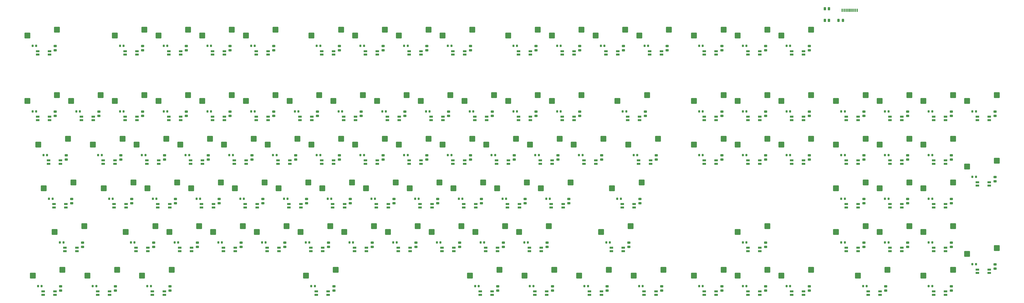
<source format=gbr>
%TF.GenerationSoftware,KiCad,Pcbnew,7.0.7*%
%TF.CreationDate,2024-02-20T17:11:52+02:00*%
%TF.ProjectId,keyboard,6b657962-6f61-4726-942e-6b696361645f,rev?*%
%TF.SameCoordinates,Original*%
%TF.FileFunction,Paste,Bot*%
%TF.FilePolarity,Positive*%
%FSLAX46Y46*%
G04 Gerber Fmt 4.6, Leading zero omitted, Abs format (unit mm)*
G04 Created by KiCad (PCBNEW 7.0.7) date 2024-02-20 17:11:52*
%MOMM*%
%LPD*%
G01*
G04 APERTURE LIST*
G04 Aperture macros list*
%AMRoundRect*
0 Rectangle with rounded corners*
0 $1 Rounding radius*
0 $2 $3 $4 $5 $6 $7 $8 $9 X,Y pos of 4 corners*
0 Add a 4 corners polygon primitive as box body*
4,1,4,$2,$3,$4,$5,$6,$7,$8,$9,$2,$3,0*
0 Add four circle primitives for the rounded corners*
1,1,$1+$1,$2,$3*
1,1,$1+$1,$4,$5*
1,1,$1+$1,$6,$7*
1,1,$1+$1,$8,$9*
0 Add four rect primitives between the rounded corners*
20,1,$1+$1,$2,$3,$4,$5,0*
20,1,$1+$1,$4,$5,$6,$7,0*
20,1,$1+$1,$6,$7,$8,$9,0*
20,1,$1+$1,$8,$9,$2,$3,0*%
G04 Aperture macros list end*
%ADD10RoundRect,0.082000X0.718000X-0.328000X0.718000X0.328000X-0.718000X0.328000X-0.718000X-0.328000X0*%
%ADD11RoundRect,0.250000X-1.025000X-1.000000X1.025000X-1.000000X1.025000X1.000000X-1.025000X1.000000X0*%
%ADD12RoundRect,0.225000X0.225000X0.250000X-0.225000X0.250000X-0.225000X-0.250000X0.225000X-0.250000X0*%
%ADD13RoundRect,0.243750X-0.456250X0.243750X-0.456250X-0.243750X0.456250X-0.243750X0.456250X0.243750X0*%
%ADD14RoundRect,0.250000X-0.262500X-0.450000X0.262500X-0.450000X0.262500X0.450000X-0.262500X0.450000X0*%
%ADD15R,0.600000X1.450000*%
%ADD16R,0.300000X1.450000*%
%ADD17RoundRect,0.243750X0.243750X0.456250X-0.243750X0.456250X-0.243750X-0.456250X0.243750X-0.456250X0*%
G04 APERTURE END LIST*
D10*
%TO.C,L66*%
X184762500Y-107030000D03*
X184762500Y-105530000D03*
X179562500Y-105530000D03*
X179562500Y-107030000D03*
%TD*%
D11*
%TO.C,SW68*%
X213177500Y-98660000D03*
X226104500Y-96120000D03*
%TD*%
%TO.C,SW51*%
X289377500Y-79610000D03*
X302304500Y-77070000D03*
%TD*%
D10*
%TO.C,L63*%
X127612500Y-107030000D03*
X127612500Y-105530000D03*
X122412500Y-105530000D03*
X122412500Y-107030000D03*
%TD*%
D11*
%TO.C,SW53*%
X337002500Y-79610000D03*
X349929500Y-77070000D03*
%TD*%
%TO.C,SW72*%
X379865000Y-98660000D03*
X392792000Y-96120000D03*
%TD*%
D10*
%TO.C,L99*%
X301443800Y-145130000D03*
X301443800Y-143630000D03*
X296243800Y-143630000D03*
X296243800Y-145130000D03*
%TD*%
%TO.C,L29*%
X265725000Y-68930000D03*
X265725000Y-67430000D03*
X260525000Y-67430000D03*
X260525000Y-68930000D03*
%TD*%
%TO.C,L76*%
X79987500Y-126080000D03*
X79987500Y-124580000D03*
X74787500Y-124580000D03*
X74787500Y-126080000D03*
%TD*%
D11*
%TO.C,SW31*%
X317952500Y-60560000D03*
X330879500Y-58020000D03*
%TD*%
%TO.C,SW1*%
X27440000Y-31985000D03*
X40367000Y-29445000D03*
%TD*%
D10*
%TO.C,L74*%
X427650000Y-107030000D03*
X427650000Y-105530000D03*
X422450000Y-105530000D03*
X422450000Y-107030000D03*
%TD*%
%TO.C,L83*%
X213337500Y-126080000D03*
X213337500Y-124580000D03*
X208137500Y-124580000D03*
X208137500Y-126080000D03*
%TD*%
D11*
%TO.C,SW10*%
X236990000Y-31985000D03*
X249917000Y-29445000D03*
%TD*%
%TO.C,SW19*%
X65540000Y-60560000D03*
X78467000Y-58020000D03*
%TD*%
D10*
%TO.C,L42*%
X122850000Y-87980000D03*
X122850000Y-86480000D03*
X117650000Y-86480000D03*
X117650000Y-87980000D03*
%TD*%
%TO.C,L33*%
X365737500Y-68930000D03*
X365737500Y-67430000D03*
X360537500Y-67430000D03*
X360537500Y-68930000D03*
%TD*%
%TO.C,L6*%
X160950000Y-40355000D03*
X160950000Y-38855000D03*
X155750000Y-38855000D03*
X155750000Y-40355000D03*
%TD*%
%TO.C,L43*%
X141900000Y-87980000D03*
X141900000Y-86480000D03*
X136700000Y-86480000D03*
X136700000Y-87980000D03*
%TD*%
%TO.C,L23*%
X151425000Y-68930000D03*
X151425000Y-67430000D03*
X146225000Y-67430000D03*
X146225000Y-68930000D03*
%TD*%
D11*
%TO.C,SW60*%
X60777500Y-98660000D03*
X73704500Y-96120000D03*
%TD*%
%TO.C,SW17*%
X27440000Y-60560000D03*
X40367000Y-58020000D03*
%TD*%
D10*
%TO.C,L54*%
X365737500Y-87980000D03*
X365737500Y-86480000D03*
X360537500Y-86480000D03*
X360537500Y-87980000D03*
%TD*%
D11*
%TO.C,SW74*%
X417965000Y-98660000D03*
X430892000Y-96120000D03*
%TD*%
D10*
%TO.C,L2*%
X75225000Y-40355000D03*
X75225000Y-38855000D03*
X70025000Y-38855000D03*
X70025000Y-40355000D03*
%TD*%
D11*
%TO.C,SW69*%
X232227500Y-98660000D03*
X245154500Y-96120000D03*
%TD*%
D10*
%TO.C,L61*%
X89512500Y-107030000D03*
X89512500Y-105530000D03*
X84312500Y-105530000D03*
X84312500Y-107030000D03*
%TD*%
D11*
%TO.C,SW87*%
X337002500Y-117710000D03*
X349929500Y-115170000D03*
%TD*%
%TO.C,SW96*%
X220321300Y-136760000D03*
X233248300Y-134220000D03*
%TD*%
D10*
%TO.C,L88*%
X389550000Y-126080000D03*
X389550000Y-124580000D03*
X384350000Y-124580000D03*
X384350000Y-126080000D03*
%TD*%
D11*
%TO.C,SW83*%
X203652500Y-117710000D03*
X216579500Y-115170000D03*
%TD*%
%TO.C,SW15*%
X337002500Y-31985000D03*
X349929500Y-29445000D03*
%TD*%
%TO.C,SW6*%
X151265000Y-31985000D03*
X164192000Y-29445000D03*
%TD*%
D10*
%TO.C,L81*%
X175237500Y-126080000D03*
X175237500Y-124580000D03*
X170037500Y-124580000D03*
X170037500Y-126080000D03*
%TD*%
%TO.C,L86*%
X287156300Y-126080000D03*
X287156300Y-124580000D03*
X281956300Y-124580000D03*
X281956300Y-126080000D03*
%TD*%
%TO.C,L64*%
X146662500Y-107030000D03*
X146662500Y-105530000D03*
X141462500Y-105530000D03*
X141462500Y-107030000D03*
%TD*%
D11*
%TO.C,SW76*%
X70302500Y-117710000D03*
X83229500Y-115170000D03*
%TD*%
%TO.C,SW67*%
X194127500Y-98660000D03*
X207054500Y-96120000D03*
%TD*%
%TO.C,SW35*%
X398915000Y-60560000D03*
X411842000Y-58020000D03*
%TD*%
%TO.C,SW78*%
X108402500Y-117710000D03*
X121329500Y-115170000D03*
%TD*%
D10*
%TO.C,L98*%
X277631300Y-145130000D03*
X277631300Y-143630000D03*
X272431300Y-143630000D03*
X272431300Y-145130000D03*
%TD*%
D11*
%TO.C,SW43*%
X132215000Y-79610000D03*
X145142000Y-77070000D03*
%TD*%
D10*
%TO.C,L91*%
X446700000Y-135605000D03*
X446700000Y-134105000D03*
X441500000Y-134105000D03*
X441500000Y-135605000D03*
%TD*%
%TO.C,L21*%
X113325000Y-68930000D03*
X113325000Y-67430000D03*
X108125000Y-67430000D03*
X108125000Y-68930000D03*
%TD*%
D11*
%TO.C,SW40*%
X75065000Y-79610000D03*
X87992000Y-77070000D03*
%TD*%
%TO.C,SW12*%
X275090000Y-31985000D03*
X288017000Y-29445000D03*
%TD*%
%TO.C,SW86*%
X277471300Y-117710000D03*
X290398300Y-115170000D03*
%TD*%
%TO.C,SW21*%
X103640000Y-60560000D03*
X116567000Y-58020000D03*
%TD*%
D10*
%TO.C,L95*%
X158568800Y-145130000D03*
X158568800Y-143630000D03*
X153368800Y-143630000D03*
X153368800Y-145130000D03*
%TD*%
%TO.C,L41*%
X103800000Y-87980000D03*
X103800000Y-86480000D03*
X98600000Y-86480000D03*
X98600000Y-87980000D03*
%TD*%
%TO.C,L65*%
X165712500Y-107030000D03*
X165712500Y-105530000D03*
X160512500Y-105530000D03*
X160512500Y-107030000D03*
%TD*%
%TO.C,L20*%
X94275000Y-68930000D03*
X94275000Y-67430000D03*
X89075000Y-67430000D03*
X89075000Y-68930000D03*
%TD*%
%TO.C,L1*%
X37125000Y-40355000D03*
X37125000Y-38855000D03*
X31925000Y-38855000D03*
X31925000Y-40355000D03*
%TD*%
%TO.C,L18*%
X56175000Y-68930000D03*
X56175000Y-67430000D03*
X50975000Y-67430000D03*
X50975000Y-68930000D03*
%TD*%
D11*
%TO.C,SW29*%
X256040000Y-60560000D03*
X268967000Y-58020000D03*
%TD*%
%TO.C,SW7*%
X170315000Y-31985000D03*
X183242000Y-29445000D03*
%TD*%
%TO.C,SW32*%
X337002500Y-60560000D03*
X349929500Y-58020000D03*
%TD*%
%TO.C,SW91*%
X437015000Y-127235000D03*
X449942000Y-124695000D03*
%TD*%
D10*
%TO.C,L79*%
X137137500Y-126080000D03*
X137137500Y-124580000D03*
X131937500Y-124580000D03*
X131937500Y-126080000D03*
%TD*%
D11*
%TO.C,SW37*%
X437015000Y-60560000D03*
X449942000Y-58020000D03*
%TD*%
%TO.C,SW84*%
X222702500Y-117710000D03*
X235629500Y-115170000D03*
%TD*%
D10*
%TO.C,L51*%
X299062500Y-87980000D03*
X299062500Y-86480000D03*
X293862500Y-86480000D03*
X293862500Y-87980000D03*
%TD*%
D11*
%TO.C,SW85*%
X241752500Y-117710000D03*
X254679500Y-115170000D03*
%TD*%
D10*
%TO.C,L7*%
X180000000Y-40355000D03*
X180000000Y-38855000D03*
X174800000Y-38855000D03*
X174800000Y-40355000D03*
%TD*%
%TO.C,L101*%
X346687500Y-145130000D03*
X346687500Y-143630000D03*
X341487500Y-143630000D03*
X341487500Y-145130000D03*
%TD*%
D11*
%TO.C,SW22*%
X122690000Y-60560000D03*
X135617000Y-58020000D03*
%TD*%
%TO.C,SW38*%
X32202500Y-79610000D03*
X45129500Y-77070000D03*
%TD*%
%TO.C,SW61*%
X79827500Y-98660000D03*
X92754500Y-96120000D03*
%TD*%
%TO.C,SW54*%
X356052500Y-79610000D03*
X368979500Y-77070000D03*
%TD*%
D10*
%TO.C,L40*%
X84750000Y-87980000D03*
X84750000Y-86480000D03*
X79550000Y-86480000D03*
X79550000Y-87980000D03*
%TD*%
D11*
%TO.C,SW28*%
X236990000Y-60560000D03*
X249917000Y-58020000D03*
%TD*%
D10*
%TO.C,L62*%
X108562500Y-107030000D03*
X108562500Y-105530000D03*
X103362500Y-105530000D03*
X103362500Y-107030000D03*
%TD*%
%TO.C,L45*%
X180000000Y-87980000D03*
X180000000Y-86480000D03*
X174800000Y-86480000D03*
X174800000Y-87980000D03*
%TD*%
%TO.C,L70*%
X260962500Y-107030000D03*
X260962500Y-105530000D03*
X255762500Y-105530000D03*
X255762500Y-107030000D03*
%TD*%
D11*
%TO.C,SW65*%
X156027500Y-98660000D03*
X168954500Y-96120000D03*
%TD*%
%TO.C,SW59*%
X34583800Y-98660000D03*
X47510800Y-96120000D03*
%TD*%
D10*
%TO.C,L12*%
X284775000Y-40355000D03*
X284775000Y-38855000D03*
X279575000Y-38855000D03*
X279575000Y-40355000D03*
%TD*%
%TO.C,L25*%
X189525000Y-68930000D03*
X189525000Y-67430000D03*
X184325000Y-67430000D03*
X184325000Y-68930000D03*
%TD*%
D11*
%TO.C,SW55*%
X379865000Y-79610000D03*
X392792000Y-77070000D03*
%TD*%
%TO.C,SW64*%
X136977500Y-98660000D03*
X149904500Y-96120000D03*
%TD*%
%TO.C,SW30*%
X284615000Y-60560000D03*
X297542000Y-58020000D03*
%TD*%
D10*
%TO.C,L55*%
X389550000Y-87980000D03*
X389550000Y-86480000D03*
X384350000Y-86480000D03*
X384350000Y-87980000D03*
%TD*%
%TO.C,L80*%
X156187500Y-126080000D03*
X156187500Y-124580000D03*
X150987500Y-124580000D03*
X150987500Y-126080000D03*
%TD*%
D11*
%TO.C,SW99*%
X291758800Y-136760000D03*
X304685800Y-134220000D03*
%TD*%
D10*
%TO.C,L103*%
X399075000Y-145130000D03*
X399075000Y-143630000D03*
X393875000Y-143630000D03*
X393875000Y-145130000D03*
%TD*%
D11*
%TO.C,SW75*%
X39346300Y-117710000D03*
X52273300Y-115170000D03*
%TD*%
D10*
%TO.C,L37*%
X446700000Y-68930000D03*
X446700000Y-67430000D03*
X441500000Y-67430000D03*
X441500000Y-68930000D03*
%TD*%
D11*
%TO.C,SW8*%
X189365000Y-31985000D03*
X202292000Y-29445000D03*
%TD*%
D10*
%TO.C,L38*%
X41887500Y-87980000D03*
X41887500Y-86480000D03*
X36687500Y-86480000D03*
X36687500Y-87980000D03*
%TD*%
D11*
%TO.C,SW26*%
X198890000Y-60560000D03*
X211817000Y-58020000D03*
%TD*%
%TO.C,SW70*%
X251277500Y-98660000D03*
X264204500Y-96120000D03*
%TD*%
D10*
%TO.C,L67*%
X203812500Y-107030000D03*
X203812500Y-105530000D03*
X198612500Y-105530000D03*
X198612500Y-107030000D03*
%TD*%
%TO.C,L97*%
X253818800Y-145130000D03*
X253818800Y-143630000D03*
X248618800Y-143630000D03*
X248618800Y-145130000D03*
%TD*%
%TO.C,L46*%
X199050000Y-87980000D03*
X199050000Y-86480000D03*
X193850000Y-86480000D03*
X193850000Y-87980000D03*
%TD*%
%TO.C,L77*%
X99037500Y-126080000D03*
X99037500Y-124580000D03*
X93837500Y-124580000D03*
X93837500Y-126080000D03*
%TD*%
%TO.C,L27*%
X227625000Y-68930000D03*
X227625000Y-67430000D03*
X222425000Y-67430000D03*
X222425000Y-68930000D03*
%TD*%
D11*
%TO.C,SW104*%
X417965000Y-136760000D03*
X430892000Y-134220000D03*
%TD*%
D10*
%TO.C,L36*%
X427650000Y-68930000D03*
X427650000Y-67430000D03*
X422450000Y-67430000D03*
X422450000Y-68930000D03*
%TD*%
%TO.C,L89*%
X408600000Y-126080000D03*
X408600000Y-124580000D03*
X403400000Y-124580000D03*
X403400000Y-126080000D03*
%TD*%
%TO.C,L39*%
X65700000Y-87980000D03*
X65700000Y-86480000D03*
X60500000Y-86480000D03*
X60500000Y-87980000D03*
%TD*%
D11*
%TO.C,SW46*%
X189365000Y-79610000D03*
X202292000Y-77070000D03*
%TD*%
D10*
%TO.C,L15*%
X346687500Y-40355000D03*
X346687500Y-38855000D03*
X341487500Y-38855000D03*
X341487500Y-40355000D03*
%TD*%
%TO.C,L19*%
X75225000Y-68930000D03*
X75225000Y-67430000D03*
X70025000Y-67430000D03*
X70025000Y-68930000D03*
%TD*%
D11*
%TO.C,SW33*%
X356052500Y-60560000D03*
X368979500Y-58020000D03*
%TD*%
%TO.C,SW103*%
X389390000Y-136760000D03*
X402317000Y-134220000D03*
%TD*%
%TO.C,SW44*%
X151265000Y-79610000D03*
X164192000Y-77070000D03*
%TD*%
D10*
%TO.C,L14*%
X327637500Y-40355000D03*
X327637500Y-38855000D03*
X322437500Y-38855000D03*
X322437500Y-40355000D03*
%TD*%
D11*
%TO.C,SW101*%
X337002500Y-136760000D03*
X349929500Y-134220000D03*
%TD*%
D10*
%TO.C,L50*%
X275250000Y-87980000D03*
X275250000Y-86480000D03*
X270050000Y-86480000D03*
X270050000Y-87980000D03*
%TD*%
%TO.C,L26*%
X208575000Y-68930000D03*
X208575000Y-67430000D03*
X203375000Y-67430000D03*
X203375000Y-68930000D03*
%TD*%
%TO.C,L69*%
X241912500Y-107030000D03*
X241912500Y-105530000D03*
X236712500Y-105530000D03*
X236712500Y-107030000D03*
%TD*%
D11*
%TO.C,SW100*%
X317952500Y-136760000D03*
X330879500Y-134220000D03*
%TD*%
D10*
%TO.C,L9*%
X218100000Y-40355000D03*
X218100000Y-38855000D03*
X212900000Y-38855000D03*
X212900000Y-40355000D03*
%TD*%
%TO.C,L31*%
X327637500Y-68930000D03*
X327637500Y-67430000D03*
X322437500Y-67430000D03*
X322437500Y-68930000D03*
%TD*%
D11*
%TO.C,SW66*%
X175077500Y-98660000D03*
X188004500Y-96120000D03*
%TD*%
D10*
%TO.C,L84*%
X232387500Y-126080000D03*
X232387500Y-124580000D03*
X227187500Y-124580000D03*
X227187500Y-126080000D03*
%TD*%
%TO.C,L4*%
X113325000Y-40355000D03*
X113325000Y-38855000D03*
X108125000Y-38855000D03*
X108125000Y-40355000D03*
%TD*%
%TO.C,L10*%
X246675000Y-40355000D03*
X246675000Y-38855000D03*
X241475000Y-38855000D03*
X241475000Y-40355000D03*
%TD*%
D11*
%TO.C,SW58*%
X437015000Y-89135000D03*
X449942000Y-86595000D03*
%TD*%
D10*
%TO.C,L93*%
X63318800Y-145130000D03*
X63318800Y-143630000D03*
X58118800Y-143630000D03*
X58118800Y-145130000D03*
%TD*%
D11*
%TO.C,SW5*%
X122690000Y-31985000D03*
X135617000Y-29445000D03*
%TD*%
D10*
%TO.C,L16*%
X365737500Y-40355000D03*
X365737500Y-38855000D03*
X360537500Y-38855000D03*
X360537500Y-40355000D03*
%TD*%
D11*
%TO.C,SW48*%
X227465000Y-79610000D03*
X240392000Y-77070000D03*
%TD*%
D10*
%TO.C,L30*%
X294300000Y-68930000D03*
X294300000Y-67430000D03*
X289100000Y-67430000D03*
X289100000Y-68930000D03*
%TD*%
%TO.C,L78*%
X118087500Y-126080000D03*
X118087500Y-124580000D03*
X112887500Y-124580000D03*
X112887500Y-126080000D03*
%TD*%
%TO.C,L96*%
X230006300Y-145130000D03*
X230006300Y-143630000D03*
X224806300Y-143630000D03*
X224806300Y-145130000D03*
%TD*%
%TO.C,L56*%
X408600000Y-87980000D03*
X408600000Y-86480000D03*
X403400000Y-86480000D03*
X403400000Y-87980000D03*
%TD*%
D11*
%TO.C,SW39*%
X56015000Y-79610000D03*
X68942000Y-77070000D03*
%TD*%
%TO.C,SW77*%
X89352500Y-117710000D03*
X102279500Y-115170000D03*
%TD*%
D10*
%TO.C,L102*%
X365737500Y-145130000D03*
X365737500Y-143630000D03*
X360537500Y-143630000D03*
X360537500Y-145130000D03*
%TD*%
%TO.C,L71*%
X291918800Y-107030000D03*
X291918800Y-105530000D03*
X286718800Y-105530000D03*
X286718800Y-107030000D03*
%TD*%
D11*
%TO.C,SW73*%
X398915000Y-98660000D03*
X411842000Y-96120000D03*
%TD*%
%TO.C,SW95*%
X148883800Y-136760000D03*
X161810800Y-134220000D03*
%TD*%
%TO.C,SW79*%
X127452500Y-117710000D03*
X140379500Y-115170000D03*
%TD*%
D10*
%TO.C,L32*%
X346687500Y-68930000D03*
X346687500Y-67430000D03*
X341487500Y-67430000D03*
X341487500Y-68930000D03*
%TD*%
D11*
%TO.C,SW93*%
X53633800Y-136760000D03*
X66560800Y-134220000D03*
%TD*%
%TO.C,SW62*%
X98877500Y-98660000D03*
X111804500Y-96120000D03*
%TD*%
%TO.C,SW88*%
X379865000Y-117710000D03*
X392792000Y-115170000D03*
%TD*%
%TO.C,SW82*%
X184602500Y-117710000D03*
X197529500Y-115170000D03*
%TD*%
D10*
%TO.C,L28*%
X246675000Y-68930000D03*
X246675000Y-67430000D03*
X241475000Y-67430000D03*
X241475000Y-68930000D03*
%TD*%
D11*
%TO.C,SW25*%
X179840000Y-60560000D03*
X192767000Y-58020000D03*
%TD*%
D10*
%TO.C,L48*%
X237150000Y-87980000D03*
X237150000Y-86480000D03*
X231950000Y-86480000D03*
X231950000Y-87980000D03*
%TD*%
D11*
%TO.C,SW41*%
X94115000Y-79610000D03*
X107042000Y-77070000D03*
%TD*%
D10*
%TO.C,L35*%
X408600000Y-68930000D03*
X408600000Y-67430000D03*
X403400000Y-67430000D03*
X403400000Y-68930000D03*
%TD*%
%TO.C,L94*%
X87131300Y-145130000D03*
X87131300Y-143630000D03*
X81931300Y-143630000D03*
X81931300Y-145130000D03*
%TD*%
%TO.C,L90*%
X427650000Y-126080000D03*
X427650000Y-124580000D03*
X422450000Y-124580000D03*
X422450000Y-126080000D03*
%TD*%
%TO.C,L57*%
X427650000Y-87980000D03*
X427650000Y-86480000D03*
X422450000Y-86480000D03*
X422450000Y-87980000D03*
%TD*%
D11*
%TO.C,SW80*%
X146502500Y-117710000D03*
X159429500Y-115170000D03*
%TD*%
%TO.C,SW27*%
X217940000Y-60560000D03*
X230867000Y-58020000D03*
%TD*%
%TO.C,SW92*%
X29821300Y-136760000D03*
X42748300Y-134220000D03*
%TD*%
D10*
%TO.C,L53*%
X346687500Y-87980000D03*
X346687500Y-86480000D03*
X341487500Y-86480000D03*
X341487500Y-87980000D03*
%TD*%
%TO.C,L17*%
X37125000Y-68930000D03*
X37125000Y-67430000D03*
X31925000Y-67430000D03*
X31925000Y-68930000D03*
%TD*%
D11*
%TO.C,SW90*%
X417965000Y-117710000D03*
X430892000Y-115170000D03*
%TD*%
D10*
%TO.C,L75*%
X49031300Y-126080000D03*
X49031300Y-124580000D03*
X43831300Y-124580000D03*
X43831300Y-126080000D03*
%TD*%
%TO.C,L13*%
X303825000Y-40355000D03*
X303825000Y-38855000D03*
X298625000Y-38855000D03*
X298625000Y-40355000D03*
%TD*%
D11*
%TO.C,SW49*%
X246515000Y-79610000D03*
X259442000Y-77070000D03*
%TD*%
%TO.C,SW42*%
X113165000Y-79610000D03*
X126092000Y-77070000D03*
%TD*%
D10*
%TO.C,L52*%
X327637500Y-87980000D03*
X327637500Y-86480000D03*
X322437500Y-86480000D03*
X322437500Y-87980000D03*
%TD*%
%TO.C,L22*%
X132375000Y-68930000D03*
X132375000Y-67430000D03*
X127175000Y-67430000D03*
X127175000Y-68930000D03*
%TD*%
D11*
%TO.C,SW36*%
X417965000Y-60560000D03*
X430892000Y-58020000D03*
%TD*%
%TO.C,SW16*%
X356052500Y-31985000D03*
X368979500Y-29445000D03*
%TD*%
D10*
%TO.C,L44*%
X160950000Y-87980000D03*
X160950000Y-86480000D03*
X155750000Y-86480000D03*
X155750000Y-87980000D03*
%TD*%
%TO.C,L60*%
X70462500Y-107030000D03*
X70462500Y-105530000D03*
X65262500Y-105530000D03*
X65262500Y-107030000D03*
%TD*%
%TO.C,L3*%
X94275000Y-40355000D03*
X94275000Y-38855000D03*
X89075000Y-38855000D03*
X89075000Y-40355000D03*
%TD*%
%TO.C,L49*%
X256200000Y-87980000D03*
X256200000Y-86480000D03*
X251000000Y-86480000D03*
X251000000Y-87980000D03*
%TD*%
%TO.C,L8*%
X199050000Y-40355000D03*
X199050000Y-38855000D03*
X193850000Y-38855000D03*
X193850000Y-40355000D03*
%TD*%
D11*
%TO.C,SW50*%
X265565000Y-79610000D03*
X278492000Y-77070000D03*
%TD*%
%TO.C,SW14*%
X317952500Y-31985000D03*
X330879500Y-29445000D03*
%TD*%
D10*
%TO.C,L11*%
X265725000Y-40355000D03*
X265725000Y-38855000D03*
X260525000Y-38855000D03*
X260525000Y-40355000D03*
%TD*%
%TO.C,L104*%
X427650000Y-145130000D03*
X427650000Y-143630000D03*
X422450000Y-143630000D03*
X422450000Y-145130000D03*
%TD*%
D11*
%TO.C,SW97*%
X244133800Y-136760000D03*
X257060800Y-134220000D03*
%TD*%
%TO.C,SW89*%
X398915000Y-117710000D03*
X411842000Y-115170000D03*
%TD*%
%TO.C,SW20*%
X84590000Y-60560000D03*
X97517000Y-58020000D03*
%TD*%
D10*
%TO.C,L59*%
X44268800Y-107030000D03*
X44268800Y-105530000D03*
X39068800Y-105530000D03*
X39068800Y-107030000D03*
%TD*%
D11*
%TO.C,SW11*%
X256040000Y-31985000D03*
X268967000Y-29445000D03*
%TD*%
%TO.C,SW23*%
X141740000Y-60560000D03*
X154667000Y-58020000D03*
%TD*%
D10*
%TO.C,L100*%
X327637500Y-145130000D03*
X327637500Y-143630000D03*
X322437500Y-143630000D03*
X322437500Y-145130000D03*
%TD*%
D11*
%TO.C,SW4*%
X103640000Y-31985000D03*
X116567000Y-29445000D03*
%TD*%
D10*
%TO.C,L73*%
X408600000Y-107030000D03*
X408600000Y-105530000D03*
X403400000Y-105530000D03*
X403400000Y-107030000D03*
%TD*%
D11*
%TO.C,SW98*%
X267946300Y-136760000D03*
X280873300Y-134220000D03*
%TD*%
%TO.C,SW34*%
X379865000Y-60560000D03*
X392792000Y-58020000D03*
%TD*%
D10*
%TO.C,L68*%
X222862500Y-107030000D03*
X222862500Y-105530000D03*
X217662500Y-105530000D03*
X217662500Y-107030000D03*
%TD*%
%TO.C,L92*%
X39506300Y-145130000D03*
X39506300Y-143630000D03*
X34306300Y-143630000D03*
X34306300Y-145130000D03*
%TD*%
D11*
%TO.C,SW63*%
X117927500Y-98660000D03*
X130854500Y-96120000D03*
%TD*%
%TO.C,SW24*%
X160790000Y-60560000D03*
X173717000Y-58020000D03*
%TD*%
%TO.C,SW81*%
X165552500Y-117710000D03*
X178479500Y-115170000D03*
%TD*%
%TO.C,SW94*%
X77446300Y-136760000D03*
X90373300Y-134220000D03*
%TD*%
%TO.C,SW13*%
X294140000Y-31985000D03*
X307067000Y-29445000D03*
%TD*%
D10*
%TO.C,L85*%
X251437500Y-126080000D03*
X251437500Y-124580000D03*
X246237500Y-124580000D03*
X246237500Y-126080000D03*
%TD*%
D11*
%TO.C,SW57*%
X417965000Y-79610000D03*
X430892000Y-77070000D03*
%TD*%
%TO.C,SW102*%
X356052500Y-136760000D03*
X368979500Y-134220000D03*
%TD*%
%TO.C,SW56*%
X398915000Y-79610000D03*
X411842000Y-77070000D03*
%TD*%
D10*
%TO.C,L72*%
X389550000Y-107030000D03*
X389550000Y-105530000D03*
X384350000Y-105530000D03*
X384350000Y-107030000D03*
%TD*%
D11*
%TO.C,SW2*%
X65540000Y-31985000D03*
X78467000Y-29445000D03*
%TD*%
%TO.C,SW9*%
X208415000Y-31985000D03*
X221342000Y-29445000D03*
%TD*%
D10*
%TO.C,L87*%
X346687500Y-126080000D03*
X346687500Y-124580000D03*
X341487500Y-124580000D03*
X341487500Y-126080000D03*
%TD*%
%TO.C,L24*%
X170475000Y-68930000D03*
X170475000Y-67430000D03*
X165275000Y-67430000D03*
X165275000Y-68930000D03*
%TD*%
D11*
%TO.C,SW52*%
X317952500Y-79610000D03*
X330879500Y-77070000D03*
%TD*%
%TO.C,SW71*%
X282233800Y-98660000D03*
X295160800Y-96120000D03*
%TD*%
D10*
%TO.C,L82*%
X194287500Y-126080000D03*
X194287500Y-124580000D03*
X189087500Y-124580000D03*
X189087500Y-126080000D03*
%TD*%
%TO.C,L34*%
X389550000Y-68930000D03*
X389550000Y-67430000D03*
X384350000Y-67430000D03*
X384350000Y-68930000D03*
%TD*%
%TO.C,L58*%
X446700000Y-97505000D03*
X446700000Y-96005000D03*
X441500000Y-96005000D03*
X441500000Y-97505000D03*
%TD*%
D11*
%TO.C,SW18*%
X46490000Y-60560000D03*
X59417000Y-58020000D03*
%TD*%
D10*
%TO.C,L47*%
X218100000Y-87980000D03*
X218100000Y-86480000D03*
X212900000Y-86480000D03*
X212900000Y-87980000D03*
%TD*%
%TO.C,L5*%
X132375000Y-40355000D03*
X132375000Y-38855000D03*
X127175000Y-38855000D03*
X127175000Y-40355000D03*
%TD*%
D11*
%TO.C,SW47*%
X208415000Y-79610000D03*
X221342000Y-77070000D03*
%TD*%
%TO.C,SW3*%
X84590000Y-31985000D03*
X97517000Y-29445000D03*
%TD*%
%TO.C,SW45*%
X170315000Y-79610000D03*
X183242000Y-77070000D03*
%TD*%
D12*
%TO.C,C1*%
X31300000Y-36525000D03*
X29750000Y-36525000D03*
%TD*%
%TO.C,C24*%
X164650000Y-65100000D03*
X163100000Y-65100000D03*
%TD*%
%TO.C,C59*%
X38443800Y-103200000D03*
X36893800Y-103200000D03*
%TD*%
%TO.C,C15*%
X340862500Y-36525000D03*
X339312500Y-36525000D03*
%TD*%
D13*
%TO.C,D6*%
X163430000Y-36617500D03*
X163430000Y-38492500D03*
%TD*%
D12*
%TO.C,C23*%
X145600000Y-65100000D03*
X144050000Y-65100000D03*
%TD*%
%TO.C,C46*%
X193225000Y-84150000D03*
X191675000Y-84150000D03*
%TD*%
D13*
%TO.C,D77*%
X101517500Y-122342500D03*
X101517500Y-124217500D03*
%TD*%
D12*
%TO.C,C103*%
X393250000Y-141300000D03*
X391700000Y-141300000D03*
%TD*%
D13*
%TO.C,D27*%
X230105000Y-65192500D03*
X230105000Y-67067500D03*
%TD*%
D14*
%TO.C,R1*%
X375007500Y-20320000D03*
X376832500Y-20320000D03*
%TD*%
D12*
%TO.C,C26*%
X202750000Y-65100000D03*
X201200000Y-65100000D03*
%TD*%
%TO.C,C3*%
X88450000Y-36525000D03*
X86900000Y-36525000D03*
%TD*%
%TO.C,C96*%
X224181300Y-141300000D03*
X222631300Y-141300000D03*
%TD*%
%TO.C,C29*%
X259900000Y-65100000D03*
X258350000Y-65100000D03*
%TD*%
D13*
%TO.C,D21*%
X115805000Y-65192500D03*
X115805000Y-67067500D03*
%TD*%
%TO.C,D99*%
X303923800Y-141392500D03*
X303923800Y-143267500D03*
%TD*%
%TO.C,D97*%
X256298800Y-141392500D03*
X256298800Y-143267500D03*
%TD*%
%TO.C,D89*%
X411080000Y-122342500D03*
X411080000Y-124217500D03*
%TD*%
D12*
%TO.C,C54*%
X359912500Y-84150000D03*
X358362500Y-84150000D03*
%TD*%
%TO.C,C11*%
X259900000Y-36525000D03*
X258350000Y-36525000D03*
%TD*%
D13*
%TO.C,D25*%
X192005000Y-65192500D03*
X192005000Y-67067500D03*
%TD*%
D12*
%TO.C,C72*%
X383725000Y-103200000D03*
X382175000Y-103200000D03*
%TD*%
D13*
%TO.C,D50*%
X277730000Y-84242500D03*
X277730000Y-86117500D03*
%TD*%
D12*
%TO.C,C34*%
X383725000Y-65100000D03*
X382175000Y-65100000D03*
%TD*%
%TO.C,C86*%
X281331300Y-122250000D03*
X279781300Y-122250000D03*
%TD*%
D13*
%TO.C,D95*%
X161048800Y-141392500D03*
X161048800Y-143267500D03*
%TD*%
D12*
%TO.C,C104*%
X421825000Y-141300000D03*
X420275000Y-141300000D03*
%TD*%
D13*
%TO.C,D76*%
X82467500Y-122342500D03*
X82467500Y-124217500D03*
%TD*%
%TO.C,D38*%
X44367500Y-84242500D03*
X44367500Y-86117500D03*
%TD*%
%TO.C,D1*%
X39605000Y-36617500D03*
X39605000Y-38492500D03*
%TD*%
D12*
%TO.C,C85*%
X245612500Y-122250000D03*
X244062500Y-122250000D03*
%TD*%
D13*
%TO.C,D26*%
X211055000Y-65192500D03*
X211055000Y-67067500D03*
%TD*%
D12*
%TO.C,C60*%
X64637500Y-103200000D03*
X63087500Y-103200000D03*
%TD*%
%TO.C,C40*%
X78925000Y-84150000D03*
X77375000Y-84150000D03*
%TD*%
%TO.C,C35*%
X402775000Y-65100000D03*
X401225000Y-65100000D03*
%TD*%
D13*
%TO.C,D82*%
X196767500Y-122342500D03*
X196767500Y-124217500D03*
%TD*%
D12*
%TO.C,C70*%
X255137500Y-103200000D03*
X253587500Y-103200000D03*
%TD*%
D13*
%TO.C,D81*%
X177717500Y-122342500D03*
X177717500Y-124217500D03*
%TD*%
D12*
%TO.C,C45*%
X174175000Y-84150000D03*
X172625000Y-84150000D03*
%TD*%
%TO.C,C101*%
X340862500Y-141300000D03*
X339312500Y-141300000D03*
%TD*%
D13*
%TO.C,D40*%
X87230000Y-84242500D03*
X87230000Y-86117500D03*
%TD*%
%TO.C,D14*%
X330117500Y-36617500D03*
X330117500Y-38492500D03*
%TD*%
%TO.C,D41*%
X106280000Y-84242500D03*
X106280000Y-86117500D03*
%TD*%
D12*
%TO.C,C82*%
X188462500Y-122250000D03*
X186912500Y-122250000D03*
%TD*%
%TO.C,C55*%
X383725000Y-84150000D03*
X382175000Y-84150000D03*
%TD*%
%TO.C,C75*%
X43206300Y-122250000D03*
X41656300Y-122250000D03*
%TD*%
D13*
%TO.C,D51*%
X301542500Y-84242500D03*
X301542500Y-86117500D03*
%TD*%
%TO.C,D66*%
X187242500Y-103292500D03*
X187242500Y-105167500D03*
%TD*%
%TO.C,D33*%
X368217500Y-65192500D03*
X368217500Y-67067500D03*
%TD*%
%TO.C,D57*%
X430130000Y-84242500D03*
X430130000Y-86117500D03*
%TD*%
D12*
%TO.C,C68*%
X217037500Y-103200000D03*
X215487500Y-103200000D03*
%TD*%
D13*
%TO.C,D62*%
X111042500Y-103292500D03*
X111042500Y-105167500D03*
%TD*%
%TO.C,D53*%
X349167500Y-84242500D03*
X349167500Y-86117500D03*
%TD*%
D12*
%TO.C,C31*%
X321812500Y-65100000D03*
X320262500Y-65100000D03*
%TD*%
D13*
%TO.C,D87*%
X349167500Y-122342500D03*
X349167500Y-124217500D03*
%TD*%
D12*
%TO.C,C51*%
X293237500Y-84150000D03*
X291687500Y-84150000D03*
%TD*%
D13*
%TO.C,D98*%
X280111300Y-141392500D03*
X280111300Y-143267500D03*
%TD*%
%TO.C,D42*%
X125330000Y-84242500D03*
X125330000Y-86117500D03*
%TD*%
D12*
%TO.C,C73*%
X402775000Y-103200000D03*
X401225000Y-103200000D03*
%TD*%
%TO.C,C44*%
X155125000Y-84150000D03*
X153575000Y-84150000D03*
%TD*%
%TO.C,C48*%
X231325000Y-84150000D03*
X229775000Y-84150000D03*
%TD*%
D13*
%TO.C,D36*%
X430130000Y-65192500D03*
X430130000Y-67067500D03*
%TD*%
D12*
%TO.C,C94*%
X81306300Y-141300000D03*
X79756300Y-141300000D03*
%TD*%
D13*
%TO.C,D56*%
X411080000Y-84242500D03*
X411080000Y-86117500D03*
%TD*%
%TO.C,D85*%
X253917500Y-122342500D03*
X253917500Y-124217500D03*
%TD*%
%TO.C,D23*%
X153905000Y-65192500D03*
X153905000Y-67067500D03*
%TD*%
%TO.C,D91*%
X449180000Y-131867500D03*
X449180000Y-133742500D03*
%TD*%
%TO.C,D96*%
X232486300Y-141392500D03*
X232486300Y-143267500D03*
%TD*%
%TO.C,D2*%
X77705000Y-36617500D03*
X77705000Y-38492500D03*
%TD*%
D12*
%TO.C,C38*%
X36062500Y-84150000D03*
X34512500Y-84150000D03*
%TD*%
%TO.C,C76*%
X74162500Y-122250000D03*
X72612500Y-122250000D03*
%TD*%
%TO.C,C81*%
X169412500Y-122250000D03*
X167862500Y-122250000D03*
%TD*%
D13*
%TO.C,D48*%
X239630000Y-84242500D03*
X239630000Y-86117500D03*
%TD*%
D12*
%TO.C,C28*%
X240850000Y-65100000D03*
X239300000Y-65100000D03*
%TD*%
D13*
%TO.C,D32*%
X349167500Y-65192500D03*
X349167500Y-67067500D03*
%TD*%
D12*
%TO.C,C19*%
X69400000Y-65100000D03*
X67850000Y-65100000D03*
%TD*%
D13*
%TO.C,D92*%
X41986300Y-141392500D03*
X41986300Y-143267500D03*
%TD*%
%TO.C,D73*%
X411080000Y-103292500D03*
X411080000Y-105167500D03*
%TD*%
%TO.C,D61*%
X91992500Y-103292500D03*
X91992500Y-105167500D03*
%TD*%
D12*
%TO.C,C27*%
X221800000Y-65100000D03*
X220250000Y-65100000D03*
%TD*%
%TO.C,C61*%
X83687500Y-103200000D03*
X82137500Y-103200000D03*
%TD*%
%TO.C,C83*%
X207512500Y-122250000D03*
X205962500Y-122250000D03*
%TD*%
%TO.C,C98*%
X271806300Y-141300000D03*
X270256300Y-141300000D03*
%TD*%
D13*
%TO.C,D7*%
X182480000Y-36617500D03*
X182480000Y-38492500D03*
%TD*%
D12*
%TO.C,C80*%
X150362500Y-122250000D03*
X148812500Y-122250000D03*
%TD*%
%TO.C,C25*%
X183700000Y-65100000D03*
X182150000Y-65100000D03*
%TD*%
D13*
%TO.C,D90*%
X430130000Y-122342500D03*
X430130000Y-124217500D03*
%TD*%
%TO.C,D79*%
X139617500Y-122342500D03*
X139617500Y-124217500D03*
%TD*%
D12*
%TO.C,C5*%
X126550000Y-36525000D03*
X125000000Y-36525000D03*
%TD*%
D13*
%TO.C,D8*%
X201530000Y-36617500D03*
X201530000Y-38492500D03*
%TD*%
%TO.C,D75*%
X51511300Y-122342500D03*
X51511300Y-124217500D03*
%TD*%
D12*
%TO.C,C84*%
X226562500Y-122250000D03*
X225012500Y-122250000D03*
%TD*%
%TO.C,C12*%
X278950000Y-36525000D03*
X277400000Y-36525000D03*
%TD*%
%TO.C,C100*%
X321812500Y-141300000D03*
X320262500Y-141300000D03*
%TD*%
%TO.C,C41*%
X97975000Y-84150000D03*
X96425000Y-84150000D03*
%TD*%
D13*
%TO.C,D54*%
X368217500Y-84242500D03*
X368217500Y-86117500D03*
%TD*%
D12*
%TO.C,C30*%
X288475000Y-65100000D03*
X286925000Y-65100000D03*
%TD*%
D13*
%TO.C,D93*%
X65798800Y-141392500D03*
X65798800Y-143267500D03*
%TD*%
D12*
%TO.C,C67*%
X197987500Y-103200000D03*
X196437500Y-103200000D03*
%TD*%
%TO.C,C18*%
X50350000Y-65100000D03*
X48800000Y-65100000D03*
%TD*%
%TO.C,C74*%
X421825000Y-103200000D03*
X420275000Y-103200000D03*
%TD*%
D13*
%TO.C,D5*%
X134855000Y-36617500D03*
X134855000Y-38492500D03*
%TD*%
%TO.C,D100*%
X330117500Y-141392500D03*
X330117500Y-143267500D03*
%TD*%
%TO.C,D101*%
X349167500Y-141392500D03*
X349167500Y-143267500D03*
%TD*%
D12*
%TO.C,C65*%
X159887500Y-103200000D03*
X158337500Y-103200000D03*
%TD*%
%TO.C,C102*%
X359912500Y-141300000D03*
X358362500Y-141300000D03*
%TD*%
D13*
%TO.C,D43*%
X144380000Y-84242500D03*
X144380000Y-86117500D03*
%TD*%
D12*
%TO.C,C89*%
X402775000Y-122250000D03*
X401225000Y-122250000D03*
%TD*%
%TO.C,C10*%
X240850000Y-36525000D03*
X239300000Y-36525000D03*
%TD*%
D13*
%TO.C,D70*%
X263442500Y-103292500D03*
X263442500Y-105167500D03*
%TD*%
%TO.C,D20*%
X96755000Y-65192500D03*
X96755000Y-67067500D03*
%TD*%
%TO.C,D83*%
X215817500Y-122342500D03*
X215817500Y-124217500D03*
%TD*%
D12*
%TO.C,C4*%
X107500000Y-36525000D03*
X105950000Y-36525000D03*
%TD*%
D15*
%TO.C,J4*%
X382580000Y-21045000D03*
X383380000Y-21045000D03*
D16*
X384580000Y-21045000D03*
X385580000Y-21045000D03*
X386080000Y-21045000D03*
X387080000Y-21045000D03*
D15*
X388280000Y-21045000D03*
X389080000Y-21045000D03*
X389080000Y-21045000D03*
X388280000Y-21045000D03*
D16*
X387580000Y-21045000D03*
X386580000Y-21045000D03*
X385080000Y-21045000D03*
X384080000Y-21045000D03*
D15*
X383380000Y-21045000D03*
X382580000Y-21045000D03*
%TD*%
D13*
%TO.C,D94*%
X89611300Y-141392500D03*
X89611300Y-143267500D03*
%TD*%
D12*
%TO.C,C21*%
X107500000Y-65100000D03*
X105950000Y-65100000D03*
%TD*%
%TO.C,C79*%
X131312500Y-122250000D03*
X129762500Y-122250000D03*
%TD*%
%TO.C,C87*%
X340862500Y-122250000D03*
X339312500Y-122250000D03*
%TD*%
D13*
%TO.C,D4*%
X115805000Y-36617500D03*
X115805000Y-38492500D03*
%TD*%
%TO.C,D102*%
X368217500Y-141392500D03*
X368217500Y-143267500D03*
%TD*%
D14*
%TO.C,R2*%
X375007500Y-25400000D03*
X376832500Y-25400000D03*
%TD*%
D13*
%TO.C,D18*%
X58655000Y-65192500D03*
X58655000Y-67067500D03*
%TD*%
D12*
%TO.C,C90*%
X421825000Y-122250000D03*
X420275000Y-122250000D03*
%TD*%
%TO.C,C50*%
X269425000Y-84150000D03*
X267875000Y-84150000D03*
%TD*%
%TO.C,C36*%
X421825000Y-65100000D03*
X420275000Y-65100000D03*
%TD*%
D13*
%TO.C,D34*%
X392030000Y-65192500D03*
X392030000Y-67067500D03*
%TD*%
%TO.C,D84*%
X234867500Y-122342500D03*
X234867500Y-124217500D03*
%TD*%
%TO.C,D63*%
X130092500Y-103292500D03*
X130092500Y-105167500D03*
%TD*%
D12*
%TO.C,C20*%
X88450000Y-65100000D03*
X86900000Y-65100000D03*
%TD*%
%TO.C,C71*%
X286093800Y-103200000D03*
X284543800Y-103200000D03*
%TD*%
%TO.C,C93*%
X57493800Y-141300000D03*
X55943800Y-141300000D03*
%TD*%
D13*
%TO.C,D17*%
X39605000Y-65192500D03*
X39605000Y-67067500D03*
%TD*%
D12*
%TO.C,C66*%
X178937500Y-103200000D03*
X177387500Y-103200000D03*
%TD*%
D13*
%TO.C,D46*%
X201530000Y-84242500D03*
X201530000Y-86117500D03*
%TD*%
D12*
%TO.C,C14*%
X321812500Y-36525000D03*
X320262500Y-36525000D03*
%TD*%
%TO.C,C6*%
X155125000Y-36525000D03*
X153575000Y-36525000D03*
%TD*%
%TO.C,C63*%
X121787500Y-103200000D03*
X120237500Y-103200000D03*
%TD*%
D13*
%TO.C,D49*%
X258680000Y-84242500D03*
X258680000Y-86117500D03*
%TD*%
%TO.C,D60*%
X72942500Y-103292500D03*
X72942500Y-105167500D03*
%TD*%
%TO.C,D13*%
X306305000Y-36617500D03*
X306305000Y-38492500D03*
%TD*%
D12*
%TO.C,C62*%
X102737500Y-103200000D03*
X101187500Y-103200000D03*
%TD*%
D13*
%TO.C,D22*%
X134855000Y-65192500D03*
X134855000Y-67067500D03*
%TD*%
%TO.C,D104*%
X430130000Y-141392500D03*
X430130000Y-143267500D03*
%TD*%
%TO.C,D68*%
X225342500Y-103292500D03*
X225342500Y-105167500D03*
%TD*%
%TO.C,D59*%
X46748800Y-103292500D03*
X46748800Y-105167500D03*
%TD*%
%TO.C,D10*%
X249155000Y-36617500D03*
X249155000Y-38492500D03*
%TD*%
D12*
%TO.C,C7*%
X174175000Y-36525000D03*
X172625000Y-36525000D03*
%TD*%
D13*
%TO.C,D30*%
X296780000Y-65192500D03*
X296780000Y-67067500D03*
%TD*%
%TO.C,D103*%
X401555000Y-141392500D03*
X401555000Y-143267500D03*
%TD*%
D12*
%TO.C,C57*%
X421825000Y-84150000D03*
X420275000Y-84150000D03*
%TD*%
D13*
%TO.C,D88*%
X392030000Y-122342500D03*
X392030000Y-124217500D03*
%TD*%
D12*
%TO.C,C47*%
X212275000Y-84150000D03*
X210725000Y-84150000D03*
%TD*%
D13*
%TO.C,D65*%
X168192500Y-103292500D03*
X168192500Y-105167500D03*
%TD*%
%TO.C,D12*%
X287255000Y-36617500D03*
X287255000Y-38492500D03*
%TD*%
%TO.C,D37*%
X449180000Y-65192500D03*
X449180000Y-67067500D03*
%TD*%
%TO.C,D52*%
X330117500Y-84242500D03*
X330117500Y-86117500D03*
%TD*%
D12*
%TO.C,C53*%
X340862500Y-84150000D03*
X339312500Y-84150000D03*
%TD*%
D13*
%TO.C,D11*%
X268205000Y-36617500D03*
X268205000Y-38492500D03*
%TD*%
%TO.C,D78*%
X120567500Y-122342500D03*
X120567500Y-124217500D03*
%TD*%
D12*
%TO.C,C92*%
X33681300Y-141300000D03*
X32131300Y-141300000D03*
%TD*%
D13*
%TO.C,D71*%
X294398800Y-103292500D03*
X294398800Y-105167500D03*
%TD*%
%TO.C,D55*%
X392030000Y-84242500D03*
X392030000Y-86117500D03*
%TD*%
D12*
%TO.C,C22*%
X126550000Y-65100000D03*
X125000000Y-65100000D03*
%TD*%
%TO.C,C9*%
X212275000Y-36525000D03*
X210725000Y-36525000D03*
%TD*%
%TO.C,C13*%
X298000000Y-36525000D03*
X296450000Y-36525000D03*
%TD*%
%TO.C,C95*%
X152743800Y-141300000D03*
X151193800Y-141300000D03*
%TD*%
D13*
%TO.C,D74*%
X430130000Y-103292500D03*
X430130000Y-105167500D03*
%TD*%
%TO.C,D39*%
X68180000Y-84242500D03*
X68180000Y-86117500D03*
%TD*%
D12*
%TO.C,C58*%
X440875000Y-93675000D03*
X439325000Y-93675000D03*
%TD*%
%TO.C,C8*%
X193225000Y-36525000D03*
X191675000Y-36525000D03*
%TD*%
%TO.C,C99*%
X295618800Y-141300000D03*
X294068800Y-141300000D03*
%TD*%
%TO.C,C69*%
X236087500Y-103200000D03*
X234537500Y-103200000D03*
%TD*%
%TO.C,C52*%
X321812500Y-84150000D03*
X320262500Y-84150000D03*
%TD*%
%TO.C,C2*%
X69400000Y-36525000D03*
X67850000Y-36525000D03*
%TD*%
%TO.C,C17*%
X31300000Y-65100000D03*
X29750000Y-65100000D03*
%TD*%
%TO.C,C16*%
X359912500Y-36525000D03*
X358362500Y-36525000D03*
%TD*%
D13*
%TO.C,D15*%
X349167500Y-36617500D03*
X349167500Y-38492500D03*
%TD*%
%TO.C,D47*%
X220580000Y-84242500D03*
X220580000Y-86117500D03*
%TD*%
D12*
%TO.C,C39*%
X59875000Y-84150000D03*
X58325000Y-84150000D03*
%TD*%
D13*
%TO.C,D80*%
X158667500Y-122342500D03*
X158667500Y-124217500D03*
%TD*%
D12*
%TO.C,C77*%
X93212500Y-122250000D03*
X91662500Y-122250000D03*
%TD*%
D13*
%TO.C,D29*%
X268205000Y-65192500D03*
X268205000Y-67067500D03*
%TD*%
%TO.C,D35*%
X411080000Y-65192500D03*
X411080000Y-67067500D03*
%TD*%
%TO.C,D44*%
X163430000Y-84242500D03*
X163430000Y-86117500D03*
%TD*%
D12*
%TO.C,C42*%
X117025000Y-84150000D03*
X115475000Y-84150000D03*
%TD*%
D13*
%TO.C,D67*%
X206292500Y-103292500D03*
X206292500Y-105167500D03*
%TD*%
%TO.C,D31*%
X330117500Y-65192500D03*
X330117500Y-67067500D03*
%TD*%
%TO.C,D69*%
X244392500Y-103292500D03*
X244392500Y-105167500D03*
%TD*%
D12*
%TO.C,C37*%
X440875000Y-65100000D03*
X439325000Y-65100000D03*
%TD*%
D13*
%TO.C,D45*%
X182480000Y-84242500D03*
X182480000Y-86117500D03*
%TD*%
%TO.C,D28*%
X249155000Y-65192500D03*
X249155000Y-67067500D03*
%TD*%
D17*
%TO.C,D105*%
X382875000Y-25400000D03*
X381000000Y-25400000D03*
%TD*%
D13*
%TO.C,D72*%
X392030000Y-103292500D03*
X392030000Y-105167500D03*
%TD*%
D12*
%TO.C,C64*%
X140837500Y-103200000D03*
X139287500Y-103200000D03*
%TD*%
D13*
%TO.C,D64*%
X149142500Y-103292500D03*
X149142500Y-105167500D03*
%TD*%
D12*
%TO.C,C78*%
X112262500Y-122250000D03*
X110712500Y-122250000D03*
%TD*%
%TO.C,C91*%
X440875000Y-131775000D03*
X439325000Y-131775000D03*
%TD*%
D13*
%TO.C,D16*%
X368217500Y-36617500D03*
X368217500Y-38492500D03*
%TD*%
D12*
%TO.C,C56*%
X402775000Y-84150000D03*
X401225000Y-84150000D03*
%TD*%
D13*
%TO.C,D3*%
X96755000Y-36617500D03*
X96755000Y-38492500D03*
%TD*%
%TO.C,D19*%
X77705000Y-65192500D03*
X77705000Y-67067500D03*
%TD*%
%TO.C,D24*%
X172955000Y-65192500D03*
X172955000Y-67067500D03*
%TD*%
D12*
%TO.C,C97*%
X247993800Y-141300000D03*
X246443800Y-141300000D03*
%TD*%
%TO.C,C33*%
X359912500Y-65100000D03*
X358362500Y-65100000D03*
%TD*%
%TO.C,C32*%
X340862500Y-65100000D03*
X339312500Y-65100000D03*
%TD*%
D13*
%TO.C,D58*%
X449180000Y-93767500D03*
X449180000Y-95642500D03*
%TD*%
%TO.C,D9*%
X220580000Y-36617500D03*
X220580000Y-38492500D03*
%TD*%
D12*
%TO.C,C49*%
X250375000Y-84150000D03*
X248825000Y-84150000D03*
%TD*%
%TO.C,C88*%
X383725000Y-122250000D03*
X382175000Y-122250000D03*
%TD*%
%TO.C,C43*%
X136075000Y-84150000D03*
X134525000Y-84150000D03*
%TD*%
D13*
%TO.C,D86*%
X289636300Y-122342500D03*
X289636300Y-124217500D03*
%TD*%
M02*

</source>
